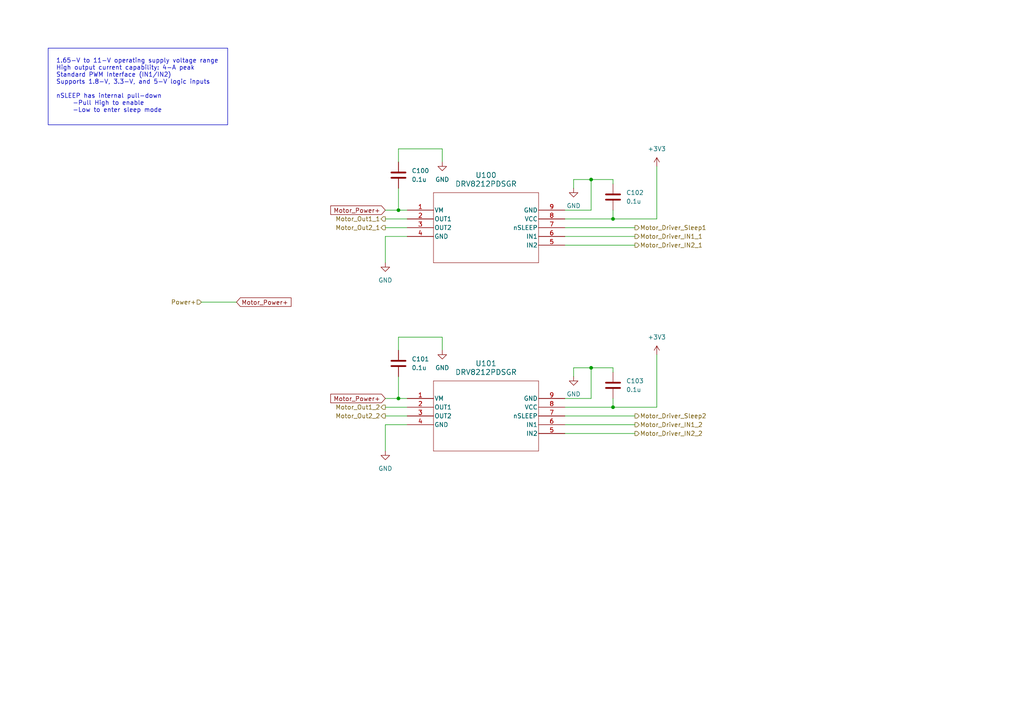
<source format=kicad_sch>
(kicad_sch (version 20231120) (generator "eeschema") (generator_version "8.0")
  (paper "A4")
  (title_block (date "2025-02-11"))
  (lib_symbols
    (symbol "DRV8212PDSGR:DRV8212PDSGR" (pin_names (offset 0.254))
      (property "Reference" "U" (at 22.86 10.16 0))
      (property "Value" "DRV8212PDSGR" (at 22.86 7.62 0))
      (symbol "DRV8212PDSGR_0_1"
        (polyline (pts (xy 7.62 -15.24) (xy 38.1 -15.24)) (stroke (width 0.127)))
        (polyline (pts (xy 7.62 5.08) (xy 7.62 -15.24)) (stroke (width 0.127)))
        (polyline (pts (xy 38.1 -15.24) (xy 38.1 5.08)) (stroke (width 0.127)))
        (polyline (pts (xy 38.1 5.08) (xy 7.62 5.08)) (stroke (width 0.127)))
        (pin power_in line (at 0 0 0) (length 7.62) (name "VM") (number "1"))
        (pin output line (at 0 -2.54 0) (length 7.62) (name "OUT1") (number "2"))
        (pin output line (at 0 -5.08 0) (length 7.62) (name "OUT2") (number "3"))
        (pin power_out line (at 0 -7.62 0) (length 7.62) (name "GND") (number "4"))
        (pin input line (at 45.72 -10.16 180) (length 7.62) (name "IN2") (number "5"))
        (pin input line (at 45.72 -7.62 180) (length 7.62) (name "IN1") (number "6"))
        (pin input line (at 45.72 -5.08 180) (length 7.62) (name "nSLEEP") (number "7"))
        (pin power_in line (at 45.72 -2.54 180) (length 7.62) (name "VCC") (number "8"))
        (pin power_out line (at 45.72 0 180) (length 7.62) (name "GND") (number "9"))
      )
    )
    (symbol "Device:C" (pin_numbers hide) (pin_names (offset 0.254))
      (property "Reference" "C" (at 0.635 2.54 0))
      (property "Value" "C" (at 0.635 -2.54 0))
      (symbol "C_0_1"
        (polyline (pts (xy -2.032 -0.762) (xy 2.032 -0.762)) (stroke (width 0.508)))
        (polyline (pts (xy -2.032 0.762) (xy 2.032 0.762)) (stroke (width 0.508)))
      )
      (symbol "C_1_1"
        (pin passive line (at 0 3.81 270) (length 2.794) (name "~") (number "1"))
        (pin passive line (at 0 -3.81 90) (length 2.794) (name "~") (number "2"))
      )
    )
    (symbol "power:+3V3" (power) (pin_numbers hide) (pin_names (offset 0) hide)
      (property "Value" "+3V3" (at 0 3.556 0))
      (symbol "+3V3_0_1"
        (polyline (pts (xy -0.762 1.27) (xy 0 2.54)))
        (polyline (pts (xy 0 0) (xy 0 2.54)))
        (polyline (pts (xy 0 2.54) (xy 0.762 1.27)))
      )
      (symbol "+3V3_1_1"
        (pin power_in line (at 0 0 90) (length 0) (name "~") (number "1"))
      )
    )
    (symbol "power:GND" (power) (pin_numbers hide) (pin_names (offset 0) hide)
      (property "Value" "GND" (at 0 -3.81 0))
      (symbol "GND_0_1"
        (polyline (pts (xy 0 0) (xy 0 -1.27) (xy 1.27 -1.27) (xy 0 -2.54) (xy -1.27 -1.27) (xy 0 -1.27)))
      )
      (symbol "GND_1_1"
        (pin power_in line (at 0 0 270) (length 0) (name "~") (number "1"))
      )
    )
  )
  (junction (at 177.8 63.5))
  (junction (at 115.57 115.57))
  (junction (at 171.45 106.68))
  (junction (at 115.57 60.96))
  (junction (at 177.8 118.11))
  (junction (at 171.45 52.07))
  (wire (pts (xy 128.27 97.79) (xy 115.57 97.79)))
  (wire (pts (xy 171.45 115.57) (xy 171.45 106.68)))
  (wire (pts (xy 166.37 109.22) (xy 166.37 106.68)))
  (wire (pts (xy 177.8 118.11) (xy 177.8 115.57)))
  (wire (pts (xy 115.57 43.18) (xy 115.57 46.99)))
  (wire (pts (xy 190.5 63.5) (xy 177.8 63.5)))
  (wire (pts (xy 163.83 66.04) (xy 184.15 66.04)))
  (wire (pts (xy 111.76 120.65) (xy 118.11 120.65)))
  (wire (pts (xy 177.8 53.34) (xy 177.8 52.07)))
  (wire (pts (xy 163.83 63.5) (xy 177.8 63.5)))
  (wire (pts (xy 177.8 52.07) (xy 171.45 52.07)))
  (wire (pts (xy 163.83 71.12) (xy 184.15 71.12)))
  (wire (pts (xy 111.76 68.58) (xy 118.11 68.58)))
  (wire (pts (xy 163.83 123.19) (xy 184.15 123.19)))
  (wire (pts (xy 177.8 107.95) (xy 177.8 106.68)))
  (wire (pts (xy 111.76 115.57) (xy 115.57 115.57)))
  (wire (pts (xy 115.57 115.57) (xy 118.11 115.57)))
  (wire (pts (xy 163.83 125.73) (xy 184.15 125.73)))
  (wire (pts (xy 177.8 60.96) (xy 177.8 63.5)))
  (wire (pts (xy 171.45 60.96) (xy 171.45 52.07)))
  (wire (pts (xy 128.27 43.18) (xy 115.57 43.18)))
  (wire (pts (xy 190.5 48.26) (xy 190.5 63.5)))
  (wire (pts (xy 166.37 52.07) (xy 171.45 52.07)))
  (wire (pts (xy 177.8 106.68) (xy 171.45 106.68)))
  (wire (pts (xy 166.37 54.61) (xy 166.37 52.07)))
  (wire (pts (xy 163.83 68.58) (xy 184.15 68.58)))
  (wire (pts (xy 111.76 123.19) (xy 118.11 123.19)))
  (wire (pts (xy 163.83 118.11) (xy 177.8 118.11)))
  (wire (pts (xy 115.57 109.22) (xy 115.57 115.57)))
  (wire (pts (xy 111.76 66.04) (xy 118.11 66.04)))
  (wire (pts (xy 115.57 60.96) (xy 118.11 60.96)))
  (wire (pts (xy 163.83 120.65) (xy 184.15 120.65)))
  (wire (pts (xy 111.76 63.5) (xy 118.11 63.5)))
  (wire (pts (xy 166.37 106.68) (xy 171.45 106.68)))
  (wire (pts (xy 58.42 87.63) (xy 68.58 87.63)))
  (wire (pts (xy 190.5 118.11) (xy 177.8 118.11)))
  (wire (pts (xy 163.83 60.96) (xy 171.45 60.96)))
  (wire (pts (xy 111.76 60.96) (xy 115.57 60.96)))
  (wire (pts (xy 190.5 102.87) (xy 190.5 118.11)))
  (wire (pts (xy 111.76 130.81) (xy 111.76 123.19)))
  (wire (pts (xy 128.27 101.6) (xy 128.27 97.79)))
  (wire (pts (xy 115.57 97.79) (xy 115.57 101.6)))
  (wire (pts (xy 111.76 76.2) (xy 111.76 68.58)))
  (wire (pts (xy 128.27 46.99) (xy 128.27 43.18)))
  (wire (pts (xy 163.83 115.57) (xy 171.45 115.57)))
  (wire (pts (xy 111.76 118.11) (xy 118.11 118.11)))
  (wire (pts (xy 115.57 54.61) (xy 115.57 60.96)))
  (rectangle (start 13.97 13.97) (end 66.04 36.195))
  (text "1.65-V to 11-V operating supply voltage range\nHigh output current capability: 4-A peak\nStandard PWM Interface (IN1/IN2)\nSupports 1.8-V, 3.3-V, and 5-V logic inputs\n\nnSLEEP has internal pull-down\n	-Pull High to enable\n	-Low to enter sleep mode" (at 16.256 24.892 0) (effects (font (size 1.27 1.27)) (justify left)))
  (global_label "Motor_Power+" (shape input) (at 111.76 60.96 180) (property "Intersheetrefs" "${INTERSHEET_REFS}" (effects (hide yes))))
  (global_label "Motor_Power+" (shape input) (at 68.58 87.63 0) (property "Intersheetrefs" "${INTERSHEET_REFS}" (effects (hide yes))))
  (global_label "Motor_Power+" (shape input) (at 111.76 115.57 180) (property "Intersheetrefs" "${INTERSHEET_REFS}" (effects (hide yes))))
  (hierarchical_label "Motor_Out1_2" (shape output) (at 111.76 118.11 180))
  (hierarchical_label "Motor_Driver_IN2_2" (shape output) (at 184.15 125.73 0))
  (hierarchical_label "Motor_Out1_1" (shape output) (at 111.76 63.5 180))
  (hierarchical_label "Motor_Out2_2" (shape output) (at 111.76 120.65 180))
  (hierarchical_label "Motor_Out2_1" (shape output) (at 111.76 66.04 180))
  (hierarchical_label "Power+" (shape input) (at 58.42 87.63 180))
  (hierarchical_label "Motor_Driver_Sleep2" (shape output) (at 184.15 120.65 0))
  (hierarchical_label "Motor_Driver_IN1_1" (shape output) (at 184.15 68.58 0))
  (hierarchical_label "Motor_Driver_IN1_2" (shape output) (at 184.15 123.19 0))
  (hierarchical_label "Motor_Driver_IN2_1" (shape output) (at 184.15 71.12 0))
  (hierarchical_label "Motor_Driver_Sleep1" (shape output) (at 184.15 66.04 0))
  (symbol (lib_id "power:GND") (at 111.76 130.81 0) (unit 1)
    (property "Reference" "#PWR0108" (effects (hide yes)))
    (property "Value" "GND" (at 111.76 135.89 0))
    (property "Description" "Power symbol creates a global label with name \"GND\" , ground" (effects (hide yes)))
  )
  (symbol (lib_id "Device:C") (at 177.8 111.76 0) (unit 1)
    (property "Reference" "C103" (at 181.61 110.4899 0) (effects (justify left)))
    (property "Value" "0.1u" (at 181.61 113.0299 0) (effects (justify left)))
    (property "Footprint" "Capacitor_SMD:C_0603_1608Metric_Pad1.08x0.95mm_HandSolder" (effects (hide yes)))
    (property "Description" "Unpolarized capacitor" (effects (hide yes)))
    (property "DIGIKEY LINK" "https://www.digikey.com/en/products/detail/murata-electronics/GCJ188R71E104KA12D/7363221" (effects (hide yes)))
  )
  (symbol (lib_id "Device:C") (at 115.57 50.8 0) (unit 1)
    (property "Reference" "C100" (at 119.38 49.5299 0) (effects (justify left)))
    (property "Value" "0.1u" (at 119.38 52.0699 0) (effects (justify left)))
    (property "Footprint" "Capacitor_SMD:C_0603_1608Metric_Pad1.08x0.95mm_HandSolder" (effects (hide yes)))
    (property "Description" "Unpolarized capacitor" (effects (hide yes)))
    (property "DIGIKEY LINK" "https://www.digikey.com/en/products/detail/murata-electronics/GCJ188R71E104KA12D/7363221" (effects (hide yes)))
  )
  (symbol (lib_id "Device:C") (at 115.57 105.41 0) (unit 1)
    (property "Reference" "C101" (at 119.38 104.1399 0) (effects (justify left)))
    (property "Value" "0.1u" (at 119.38 106.6799 0) (effects (justify left)))
    (property "Footprint" "Capacitor_SMD:C_0603_1608Metric_Pad1.08x0.95mm_HandSolder" (effects (hide yes)))
    (property "Description" "Unpolarized capacitor" (effects (hide yes)))
    (property "DIGIKEY LINK" "https://www.digikey.com/en/products/detail/murata-electronics/GCJ188R71E104KA12D/7363221" (effects (hide yes)))
  )
  (symbol (lib_id "power:GND") (at 166.37 109.22 0) (unit 1)
    (property "Reference" "#PWR0116" (effects (hide yes)))
    (property "Value" "GND" (at 166.37 114.3 0))
    (property "Description" "Power symbol creates a global label with name \"GND\" , ground" (effects (hide yes)))
  )
  (symbol (lib_id "power:+3V3") (at 190.5 48.26 0) (unit 1)
    (property "Reference" "#PWR0117" (effects (hide yes)))
    (property "Value" "+3V3" (at 190.5 43.18 0))
    (property "Description" "Power symbol creates a global label with name \"+3V3\"" (effects (hide yes)))
  )
  (symbol (lib_id "DRV8212PDSGR:DRV8212PDSGR") (at 118.11 60.96 0) (unit 1)
    (property "Reference" "U100" (at 140.97 50.8 0) (effects (font (size 1.524 1.524))))
    (property "Value" "DRV8212PDSGR" (at 140.97 53.34 0) (effects (font (size 1.524 1.524))))
    (property "Footprint" "WSON8_DSG_TEX" (effects (hide yes)))
    (property "Datasheet" "DRV8212PDSGR" (effects (hide yes)))
    (property "Digikey" "https://www.digikey.com/en/products/detail/texas-instruments/DRV8212PDSGR/14634150" (effects (hide yes)))
    (property "DIGIKEY LINK" "https://www.digikey.com/en/products/detail/texas-instruments/DRV8212PDSGR/14634150" (effects (hide yes)))
  )
  (symbol (lib_id "Device:C") (at 177.8 57.15 0) (unit 1)
    (property "Reference" "C102" (at 181.61 55.8799 0) (effects (justify left)))
    (property "Value" "0.1u" (at 181.61 58.4199 0) (effects (justify left)))
    (property "Footprint" "Capacitor_SMD:C_0603_1608Metric_Pad1.08x0.95mm_HandSolder" (effects (hide yes)))
    (property "Description" "Unpolarized capacitor" (effects (hide yes)))
    (property "DIGIKEY LINK" "https://www.digikey.com/en/products/detail/murata-electronics/GCJ188R71E104KA12D/7363221" (effects (hide yes)))
  )
  (symbol (lib_id "power:GND") (at 128.27 46.99 0) (unit 1)
    (property "Reference" "#PWR0113" (effects (hide yes)))
    (property "Value" "GND" (at 128.27 52.07 0))
    (property "Description" "Power symbol creates a global label with name \"GND\" , ground" (effects (hide yes)))
  )
  (symbol (lib_id "DRV8212PDSGR:DRV8212PDSGR") (at 118.11 115.57 0) (unit 1)
    (property "Reference" "U101" (at 140.97 105.41 0) (effects (font (size 1.524 1.524))))
    (property "Value" "DRV8212PDSGR" (at 140.97 107.95 0) (effects (font (size 1.524 1.524))))
    (property "Footprint" "WSON8_DSG_TEX" (effects (hide yes)))
    (property "Datasheet" "DRV8212PDSGR" (effects (hide yes)))
    (property "Digikey" "https://www.digikey.com/en/products/detail/texas-instruments/DRV8212PDSGR/14634150" (effects (hide yes)))
    (property "DIGIKEY LINK" "https://www.digikey.com/en/products/detail/texas-instruments/DRV8212PDSGR/14634150" (effects (hide yes)))
  )
  (symbol (lib_id "power:+3V3") (at 190.5 102.87 0) (unit 1)
    (property "Reference" "#PWR0118" (effects (hide yes)))
    (property "Value" "+3V3" (at 190.5 97.79 0))
    (property "Description" "Power symbol creates a global label with name \"+3V3\"" (effects (hide yes)))
  )
  (symbol (lib_id "power:GND") (at 111.76 76.2 0) (unit 1)
    (property "Reference" "#PWR0107" (effects (hide yes)))
    (property "Value" "GND" (at 111.76 81.28 0))
    (property "Description" "Power symbol creates a global label with name \"GND\" , ground" (effects (hide yes)))
  )
  (symbol (lib_id "power:GND") (at 128.27 101.6 0) (unit 1)
    (property "Reference" "#PWR0114" (effects (hide yes)))
    (property "Value" "GND" (at 128.27 106.68 0))
    (property "Description" "Power symbol creates a global label with name \"GND\" , ground" (effects (hide yes)))
  )
  (symbol (lib_id "power:GND") (at 166.37 54.61 0) (unit 1)
    (property "Reference" "#PWR0115" (effects (hide yes)))
    (property "Value" "GND" (at 166.37 59.69 0))
    (property "Description" "Power symbol creates a global label with name \"GND\" , ground" (effects (hide yes)))
  )
)
</source>
